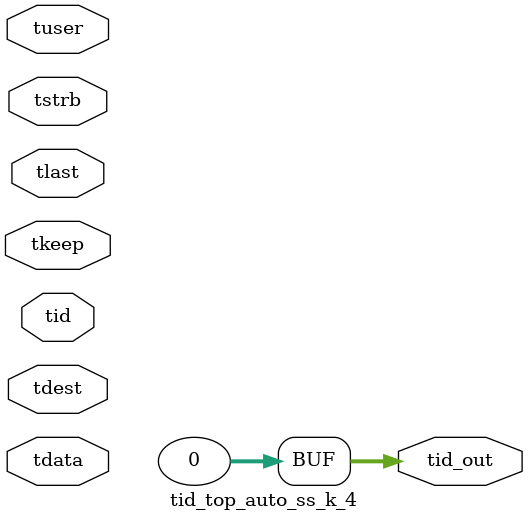
<source format=v>


`timescale 1ps/1ps

module tid_top_auto_ss_k_4 #
(
parameter C_S_AXIS_TID_WIDTH   = 1,
parameter C_S_AXIS_TUSER_WIDTH = 0,
parameter C_S_AXIS_TDATA_WIDTH = 0,
parameter C_S_AXIS_TDEST_WIDTH = 0,
parameter C_M_AXIS_TID_WIDTH   = 32
)
(
input  [(C_S_AXIS_TID_WIDTH   == 0 ? 1 : C_S_AXIS_TID_WIDTH)-1:0       ] tid,
input  [(C_S_AXIS_TDATA_WIDTH == 0 ? 1 : C_S_AXIS_TDATA_WIDTH)-1:0     ] tdata,
input  [(C_S_AXIS_TUSER_WIDTH == 0 ? 1 : C_S_AXIS_TUSER_WIDTH)-1:0     ] tuser,
input  [(C_S_AXIS_TDEST_WIDTH == 0 ? 1 : C_S_AXIS_TDEST_WIDTH)-1:0     ] tdest,
input  [(C_S_AXIS_TDATA_WIDTH/8)-1:0 ] tkeep,
input  [(C_S_AXIS_TDATA_WIDTH/8)-1:0 ] tstrb,
input                                                                    tlast,
output [(C_M_AXIS_TID_WIDTH   == 0 ? 1 : C_M_AXIS_TID_WIDTH)-1:0       ] tid_out
);

assign tid_out = {1'b0};

endmodule


</source>
